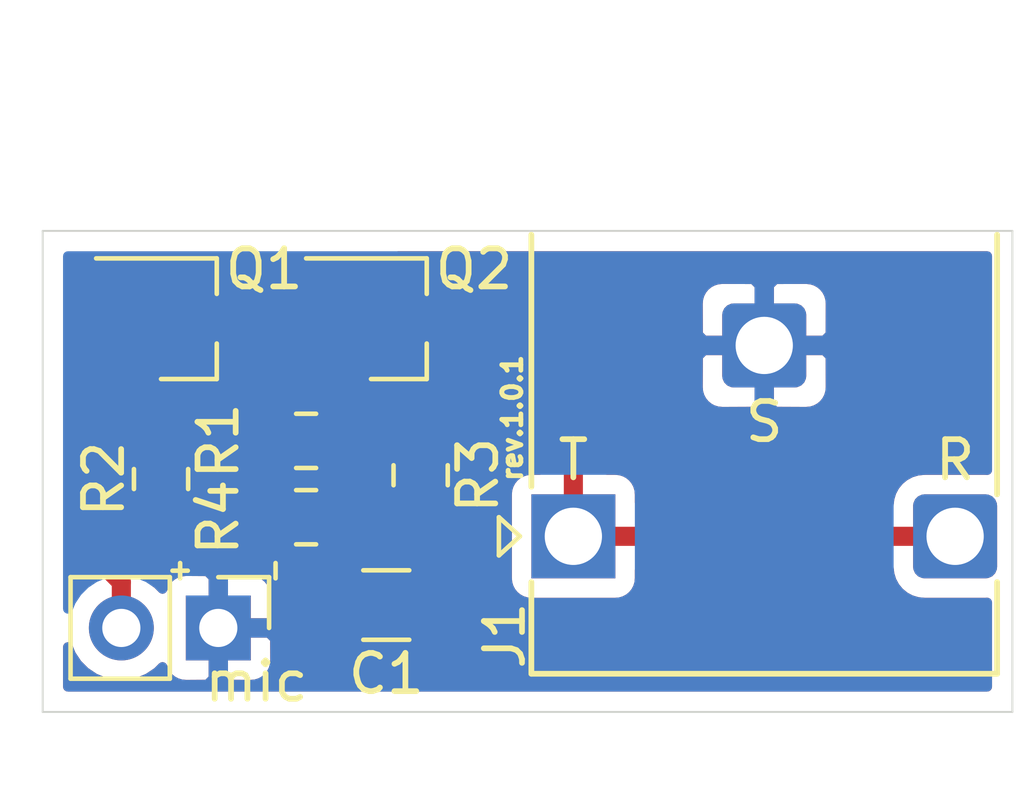
<source format=kicad_pcb>
(kicad_pcb (version 20171130) (host pcbnew "(5.1.5)-3")

  (general
    (thickness 1.6)
    (drawings 5)
    (tracks 35)
    (zones 0)
    (modules 9)
    (nets 7)
  )

  (page A4)
  (title_block
    (title "Electret microphone preamplifier")
    (date 2020-05-21)
    (rev 1.0.1)
    (company "by epchain")
  )

  (layers
    (0 F.Cu signal)
    (31 B.Cu signal)
    (32 B.Adhes user)
    (33 F.Adhes user)
    (34 B.Paste user)
    (35 F.Paste user)
    (36 B.SilkS user)
    (37 F.SilkS user)
    (38 B.Mask user)
    (39 F.Mask user)
    (40 Dwgs.User user)
    (41 Cmts.User user)
    (42 Eco1.User user)
    (43 Eco2.User user)
    (44 Edge.Cuts user)
    (45 Margin user)
    (46 B.CrtYd user)
    (47 F.CrtYd user)
    (48 B.Fab user)
    (49 F.Fab user)
  )

  (setup
    (last_trace_width 0.25)
    (user_trace_width 0.5)
    (trace_clearance 0.2)
    (zone_clearance 0.508)
    (zone_45_only no)
    (trace_min 0.2)
    (via_size 1.2)
    (via_drill 0.5)
    (via_min_size 0.4)
    (via_min_drill 0.3)
    (uvia_size 0.3)
    (uvia_drill 0.1)
    (uvias_allowed no)
    (uvia_min_size 0.2)
    (uvia_min_drill 0.1)
    (edge_width 0.05)
    (segment_width 0.2)
    (pcb_text_width 0.3)
    (pcb_text_size 1.5 1.5)
    (mod_edge_width 0.12)
    (mod_text_size 1 1)
    (mod_text_width 0.15)
    (pad_size 1.524 1.524)
    (pad_drill 0.762)
    (pad_to_mask_clearance 0.051)
    (solder_mask_min_width 0.25)
    (aux_axis_origin 0 0)
    (visible_elements 7FFFFFFF)
    (pcbplotparams
      (layerselection 0x010fc_ffffffff)
      (usegerberextensions false)
      (usegerberattributes false)
      (usegerberadvancedattributes false)
      (creategerberjobfile false)
      (excludeedgelayer true)
      (linewidth 0.100000)
      (plotframeref false)
      (viasonmask false)
      (mode 1)
      (useauxorigin false)
      (hpglpennumber 1)
      (hpglpenspeed 20)
      (hpglpendiameter 15.000000)
      (psnegative false)
      (psa4output false)
      (plotreference true)
      (plotvalue true)
      (plotinvisibletext false)
      (padsonsilk false)
      (subtractmaskfromsilk false)
      (outputformat 1)
      (mirror false)
      (drillshape 1)
      (scaleselection 1)
      (outputdirectory ""))
  )

  (net 0 "")
  (net 1 GND)
  (net 2 "Net-(C1-Pad1)")
  (net 3 "Net-(J1-PadR)")
  (net 4 "Net-(MK1-Pad2)")
  (net 5 "Net-(Q1-Pad3)")
  (net 6 "Net-(Q1-Pad2)")

  (net_class Default "This is the default net class."
    (clearance 0.2)
    (trace_width 0.25)
    (via_dia 1.2)
    (via_drill 0.5)
    (uvia_dia 0.3)
    (uvia_drill 0.1)
    (add_net GND)
    (add_net "Net-(C1-Pad1)")
    (add_net "Net-(J1-PadR)")
    (add_net "Net-(MK1-Pad2)")
    (add_net "Net-(Q1-Pad2)")
    (add_net "Net-(Q1-Pad3)")
  )

  (module fp:R_0805_2012Metric_Pad1.15x1.40mm_HandSolder (layer F.Cu) (tedit 5B36C52B) (tstamp 5EBAF364)
    (at 138.4 101.2 90)
    (descr "Resistor SMD 0805 (2012 Metric), square (rectangular) end terminal, IPC_7351 nominal with elongated pad for handsoldering. (Body size source: https://docs.google.com/spreadsheets/d/1BsfQQcO9C6DZCsRaXUlFlo91Tg2WpOkGARC1WS5S8t0/edit?usp=sharing), generated with kicad-footprint-generator")
    (tags "resistor handsolder")
    (path /5E8706B7)
    (attr smd)
    (fp_text reference R2 (at 0 -1.5 90) (layer F.SilkS)
      (effects (font (size 1 1) (thickness 0.15)))
    )
    (fp_text value 1K (at 0 1.65 90) (layer F.Fab)
      (effects (font (size 1 1) (thickness 0.15)))
    )
    (fp_text user %R (at 0 0 90) (layer F.Fab)
      (effects (font (size 0.5 0.5) (thickness 0.08)))
    )
    (fp_line (start 1.85 0.95) (end -1.85 0.95) (layer F.CrtYd) (width 0.05))
    (fp_line (start 1.85 -0.95) (end 1.85 0.95) (layer F.CrtYd) (width 0.05))
    (fp_line (start -1.85 -0.95) (end 1.85 -0.95) (layer F.CrtYd) (width 0.05))
    (fp_line (start -1.85 0.95) (end -1.85 -0.95) (layer F.CrtYd) (width 0.05))
    (fp_line (start -0.261252 0.71) (end 0.261252 0.71) (layer F.SilkS) (width 0.12))
    (fp_line (start -0.261252 -0.71) (end 0.261252 -0.71) (layer F.SilkS) (width 0.12))
    (fp_line (start 1 0.6) (end -1 0.6) (layer F.Fab) (width 0.1))
    (fp_line (start 1 -0.6) (end 1 0.6) (layer F.Fab) (width 0.1))
    (fp_line (start -1 -0.6) (end 1 -0.6) (layer F.Fab) (width 0.1))
    (fp_line (start -1 0.6) (end -1 -0.6) (layer F.Fab) (width 0.1))
    (pad 2 smd roundrect (at 1.025 0 90) (size 1.15 1.4) (layers F.Cu F.Paste F.Mask) (roundrect_rratio 0.217391)
      (net 6 "Net-(Q1-Pad2)"))
    (pad 1 smd roundrect (at -1.025 0 90) (size 1.15 1.4) (layers F.Cu F.Paste F.Mask) (roundrect_rratio 0.217391)
      (net 1 GND))
    (model ${KISYS3DMOD}/Resistor_SMD.3dshapes/R_0805_2012Metric.wrl
      (at (xyz 0 0 0))
      (scale (xyz 1 1 1))
      (rotate (xyz 0 0 0))
    )
  )

  (module fp:R_0805_2012Metric_Pad1.15x1.40mm_HandSolder (layer F.Cu) (tedit 5B36C52B) (tstamp 5EBAF386)
    (at 142.2 102.2 180)
    (descr "Resistor SMD 0805 (2012 Metric), square (rectangular) end terminal, IPC_7351 nominal with elongated pad for handsoldering. (Body size source: https://docs.google.com/spreadsheets/d/1BsfQQcO9C6DZCsRaXUlFlo91Tg2WpOkGARC1WS5S8t0/edit?usp=sharing), generated with kicad-footprint-generator")
    (tags "resistor handsolder")
    (path /5E89EC4B)
    (attr smd)
    (fp_text reference R4 (at 2.3 0 90) (layer F.SilkS)
      (effects (font (size 1 1) (thickness 0.15)))
    )
    (fp_text value 1K (at 0 1.65) (layer F.Fab)
      (effects (font (size 1 1) (thickness 0.15)))
    )
    (fp_text user %R (at 0 0) (layer F.Fab)
      (effects (font (size 0.5 0.5) (thickness 0.08)))
    )
    (fp_line (start 1.85 0.95) (end -1.85 0.95) (layer F.CrtYd) (width 0.05))
    (fp_line (start 1.85 -0.95) (end 1.85 0.95) (layer F.CrtYd) (width 0.05))
    (fp_line (start -1.85 -0.95) (end 1.85 -0.95) (layer F.CrtYd) (width 0.05))
    (fp_line (start -1.85 0.95) (end -1.85 -0.95) (layer F.CrtYd) (width 0.05))
    (fp_line (start -0.261252 0.71) (end 0.261252 0.71) (layer F.SilkS) (width 0.12))
    (fp_line (start -0.261252 -0.71) (end 0.261252 -0.71) (layer F.SilkS) (width 0.12))
    (fp_line (start 1 0.6) (end -1 0.6) (layer F.Fab) (width 0.1))
    (fp_line (start 1 -0.6) (end 1 0.6) (layer F.Fab) (width 0.1))
    (fp_line (start -1 -0.6) (end 1 -0.6) (layer F.Fab) (width 0.1))
    (fp_line (start -1 0.6) (end -1 -0.6) (layer F.Fab) (width 0.1))
    (pad 2 smd roundrect (at 1.025 0 180) (size 1.15 1.4) (layers F.Cu F.Paste F.Mask) (roundrect_rratio 0.217391)
      (net 4 "Net-(MK1-Pad2)"))
    (pad 1 smd roundrect (at -1.025 0 180) (size 1.15 1.4) (layers F.Cu F.Paste F.Mask) (roundrect_rratio 0.217391)
      (net 2 "Net-(C1-Pad1)"))
    (model ${KISYS3DMOD}/Resistor_SMD.3dshapes/R_0805_2012Metric.wrl
      (at (xyz 0 0 0))
      (scale (xyz 1 1 1))
      (rotate (xyz 0 0 0))
    )
  )

  (module fp:R_0805_2012Metric_Pad1.15x1.40mm_HandSolder (layer F.Cu) (tedit 5B36C52B) (tstamp 5EBAF375)
    (at 145.2 101.1 270)
    (descr "Resistor SMD 0805 (2012 Metric), square (rectangular) end terminal, IPC_7351 nominal with elongated pad for handsoldering. (Body size source: https://docs.google.com/spreadsheets/d/1BsfQQcO9C6DZCsRaXUlFlo91Tg2WpOkGARC1WS5S8t0/edit?usp=sharing), generated with kicad-footprint-generator")
    (tags "resistor handsolder")
    (path /5E8818FB)
    (attr smd)
    (fp_text reference R3 (at 0 -1.5 90) (layer F.SilkS)
      (effects (font (size 1 1) (thickness 0.15)))
    )
    (fp_text value 2K (at 0 1.65 90) (layer F.Fab)
      (effects (font (size 1 1) (thickness 0.15)))
    )
    (fp_text user %R (at 0 0 90) (layer F.Fab)
      (effects (font (size 0.5 0.5) (thickness 0.08)))
    )
    (fp_line (start 1.85 0.95) (end -1.85 0.95) (layer F.CrtYd) (width 0.05))
    (fp_line (start 1.85 -0.95) (end 1.85 0.95) (layer F.CrtYd) (width 0.05))
    (fp_line (start -1.85 -0.95) (end 1.85 -0.95) (layer F.CrtYd) (width 0.05))
    (fp_line (start -1.85 0.95) (end -1.85 -0.95) (layer F.CrtYd) (width 0.05))
    (fp_line (start -0.261252 0.71) (end 0.261252 0.71) (layer F.SilkS) (width 0.12))
    (fp_line (start -0.261252 -0.71) (end 0.261252 -0.71) (layer F.SilkS) (width 0.12))
    (fp_line (start 1 0.6) (end -1 0.6) (layer F.Fab) (width 0.1))
    (fp_line (start 1 -0.6) (end 1 0.6) (layer F.Fab) (width 0.1))
    (fp_line (start -1 -0.6) (end 1 -0.6) (layer F.Fab) (width 0.1))
    (fp_line (start -1 0.6) (end -1 -0.6) (layer F.Fab) (width 0.1))
    (pad 2 smd roundrect (at 1.025 0 270) (size 1.15 1.4) (layers F.Cu F.Paste F.Mask) (roundrect_rratio 0.217391)
      (net 2 "Net-(C1-Pad1)"))
    (pad 1 smd roundrect (at -1.025 0 270) (size 1.15 1.4) (layers F.Cu F.Paste F.Mask) (roundrect_rratio 0.217391)
      (net 3 "Net-(J1-PadR)"))
    (model ${KISYS3DMOD}/Resistor_SMD.3dshapes/R_0805_2012Metric.wrl
      (at (xyz 0 0 0))
      (scale (xyz 1 1 1))
      (rotate (xyz 0 0 0))
    )
  )

  (module fp:R_0805_2012Metric_Pad1.15x1.40mm_HandSolder (layer F.Cu) (tedit 5B36C52B) (tstamp 5EBAF353)
    (at 142.2 100.2)
    (descr "Resistor SMD 0805 (2012 Metric), square (rectangular) end terminal, IPC_7351 nominal with elongated pad for handsoldering. (Body size source: https://docs.google.com/spreadsheets/d/1BsfQQcO9C6DZCsRaXUlFlo91Tg2WpOkGARC1WS5S8t0/edit?usp=sharing), generated with kicad-footprint-generator")
    (tags "resistor handsolder")
    (path /5E87549D)
    (attr smd)
    (fp_text reference R1 (at -2.3 0 90) (layer F.SilkS)
      (effects (font (size 1 1) (thickness 0.15)))
    )
    (fp_text value 33K (at 0 1.65) (layer F.Fab)
      (effects (font (size 1 1) (thickness 0.15)))
    )
    (fp_text user %R (at 0 0) (layer F.Fab)
      (effects (font (size 0.5 0.5) (thickness 0.08)))
    )
    (fp_line (start 1.85 0.95) (end -1.85 0.95) (layer F.CrtYd) (width 0.05))
    (fp_line (start 1.85 -0.95) (end 1.85 0.95) (layer F.CrtYd) (width 0.05))
    (fp_line (start -1.85 -0.95) (end 1.85 -0.95) (layer F.CrtYd) (width 0.05))
    (fp_line (start -1.85 0.95) (end -1.85 -0.95) (layer F.CrtYd) (width 0.05))
    (fp_line (start -0.261252 0.71) (end 0.261252 0.71) (layer F.SilkS) (width 0.12))
    (fp_line (start -0.261252 -0.71) (end 0.261252 -0.71) (layer F.SilkS) (width 0.12))
    (fp_line (start 1 0.6) (end -1 0.6) (layer F.Fab) (width 0.1))
    (fp_line (start 1 -0.6) (end 1 0.6) (layer F.Fab) (width 0.1))
    (fp_line (start -1 -0.6) (end 1 -0.6) (layer F.Fab) (width 0.1))
    (fp_line (start -1 0.6) (end -1 -0.6) (layer F.Fab) (width 0.1))
    (pad 2 smd roundrect (at 1.025 0) (size 1.15 1.4) (layers F.Cu F.Paste F.Mask) (roundrect_rratio 0.217391)
      (net 3 "Net-(J1-PadR)"))
    (pad 1 smd roundrect (at -1.025 0) (size 1.15 1.4) (layers F.Cu F.Paste F.Mask) (roundrect_rratio 0.217391)
      (net 5 "Net-(Q1-Pad3)"))
    (model ${KISYS3DMOD}/Resistor_SMD.3dshapes/R_0805_2012Metric.wrl
      (at (xyz 0 0 0))
      (scale (xyz 1 1 1))
      (rotate (xyz 0 0 0))
    )
  )

  (module fp:C_1206_3216Metric_Pad1.42x1.75mm_HandSolder (layer F.Cu) (tedit 5B301BBE) (tstamp 5EBAF2DB)
    (at 144.3 104.5)
    (descr "Capacitor SMD 1206 (3216 Metric), square (rectangular) end terminal, IPC_7351 nominal with elongated pad for handsoldering. (Body size source: http://www.tortai-tech.com/upload/download/2011102023233369053.pdf), generated with kicad-footprint-generator")
    (tags "capacitor handsolder")
    (path /5E85BC19)
    (attr smd)
    (fp_text reference C1 (at 0 1.8) (layer F.SilkS)
      (effects (font (size 1 1) (thickness 0.15)))
    )
    (fp_text value 100uF (at 0 1.82) (layer F.Fab)
      (effects (font (size 1 1) (thickness 0.15)))
    )
    (fp_text user %R (at 0 0) (layer F.Fab)
      (effects (font (size 0.8 0.8) (thickness 0.12)))
    )
    (fp_line (start 2.45 1.12) (end -2.45 1.12) (layer F.CrtYd) (width 0.05))
    (fp_line (start 2.45 -1.12) (end 2.45 1.12) (layer F.CrtYd) (width 0.05))
    (fp_line (start -2.45 -1.12) (end 2.45 -1.12) (layer F.CrtYd) (width 0.05))
    (fp_line (start -2.45 1.12) (end -2.45 -1.12) (layer F.CrtYd) (width 0.05))
    (fp_line (start -0.602064 0.91) (end 0.602064 0.91) (layer F.SilkS) (width 0.12))
    (fp_line (start -0.602064 -0.91) (end 0.602064 -0.91) (layer F.SilkS) (width 0.12))
    (fp_line (start 1.6 0.8) (end -1.6 0.8) (layer F.Fab) (width 0.1))
    (fp_line (start 1.6 -0.8) (end 1.6 0.8) (layer F.Fab) (width 0.1))
    (fp_line (start -1.6 -0.8) (end 1.6 -0.8) (layer F.Fab) (width 0.1))
    (fp_line (start -1.6 0.8) (end -1.6 -0.8) (layer F.Fab) (width 0.1))
    (pad 2 smd roundrect (at 1.4875 0) (size 1.425 1.75) (layers F.Cu F.Paste F.Mask) (roundrect_rratio 0.175439)
      (net 1 GND))
    (pad 1 smd roundrect (at -1.4875 0) (size 1.425 1.75) (layers F.Cu F.Paste F.Mask) (roundrect_rratio 0.175439)
      (net 2 "Net-(C1-Pad1)"))
    (model ${KISYS3DMOD}/Capacitor_SMD.3dshapes/C_1206_3216Metric.wrl
      (at (xyz 0 0 0))
      (scale (xyz 1 1 1))
      (rotate (xyz 0 0 0))
    )
  )

  (module fp:Jack_3.5mm_PJ-306-2_Horizontal (layer F.Cu) (tedit 5EBBC837) (tstamp 5EC62EF6)
    (at 154.2 101.7)
    (descr http://www.switches.co.kr/files/attach/images/1325/866/005/9d2d21886571f64bc011861757fddf41.gif)
    (tags "jack stereo TRS")
    (path /5EBBFA68)
    (fp_text reference J1 (at -6.8 3.6 90) (layer F.SilkS)
      (effects (font (size 1 1) (thickness 0.15)))
    )
    (fp_text value PJ-306M-2 (at 0.5 -12.2) (layer F.Fab)
      (effects (font (size 1 1) (thickness 0.15)))
    )
    (fp_text user R (at 5 -1) (layer F.SilkS)
      (effects (font (size 1 1) (thickness 0.15)))
    )
    (fp_text user S (at 0 -2) (layer F.SilkS)
      (effects (font (size 1 1) (thickness 0.15)))
    )
    (fp_text user T (at -5 -1) (layer F.SilkS)
      (effects (font (size 1 1) (thickness 0.15)))
    )
    (fp_circle (center 0 1) (end 0.75 1) (layer F.Fab) (width 0.12))
    (fp_circle (center 5 -4) (end 5.75 -4) (layer F.Fab) (width 0.12))
    (fp_text user %R (at 0 -1.4) (layer F.Fab)
      (effects (font (size 1 1) (thickness 0.15)))
    )
    (fp_line (start -6.95 1.5) (end -6.4 1) (layer F.SilkS) (width 0.12))
    (fp_line (start -6.95 0.5) (end -6.95 1.5) (layer F.SilkS) (width 0.12))
    (fp_line (start -6.4 1) (end -6.95 0.5) (layer F.SilkS) (width 0.12))
    (fp_line (start 3 -10.6) (end -3 -10.6) (layer F.Fab) (width 0.1))
    (fp_line (start -3 -10.6) (end -3 -7) (layer F.Fab) (width 0.1))
    (fp_line (start 3 -10.6) (end 3 -7) (layer F.Fab) (width 0.1))
    (fp_line (start 6 -7) (end -6 -7) (layer F.Fab) (width 0.1))
    (fp_line (start -6 -7) (end -6 4.5) (layer F.Fab) (width 0.1))
    (fp_line (start -6 4.5) (end 6 4.5) (layer F.Fab) (width 0.1))
    (fp_line (start 6 4.5) (end 6 -7) (layer F.Fab) (width 0.1))
    (fp_line (start -6.6 -11.1) (end -6.6 5) (layer F.CrtYd) (width 0.05))
    (fp_line (start 6.8 5) (end 6.8 -11.1) (layer F.CrtYd) (width 0.05))
    (fp_line (start 6.1 -6.9) (end 6.1 -0.1) (layer F.SilkS) (width 0.15))
    (fp_line (start 6.1 2.2) (end 6.1 4.6) (layer F.SilkS) (width 0.15))
    (fp_line (start 6.1 4.6) (end -6.1 4.6) (layer F.SilkS) (width 0.15))
    (fp_line (start -6.1 2.2) (end -6.1 4.6) (layer F.SilkS) (width 0.15))
    (fp_line (start -6.1 -0.3) (end -6.1 -6.9) (layer F.SilkS) (width 0.15))
    (fp_line (start 6.8 -11.1) (end -6.6 -11.1) (layer F.CrtYd) (width 0.05))
    (fp_line (start -6.6 5) (end 6.8 5) (layer F.CrtYd) (width 0.05))
    (fp_circle (center -5 -4) (end -4.25 -4) (layer F.Fab) (width 0.12))
    (pad T thru_hole rect (at -5 1) (size 2.2 2.2) (drill 1.5) (layers *.Cu *.Mask)
      (net 3 "Net-(J1-PadR)"))
    (pad R thru_hole roundrect (at 5 1) (size 2.2 2.2) (drill 1.5) (layers *.Cu *.Mask) (roundrect_rratio 0.136)
      (net 3 "Net-(J1-PadR)"))
    (pad S thru_hole roundrect (at 0 -4) (size 2.2 2.2) (drill 1.5) (layers *.Cu *.Mask) (roundrect_rratio 0.136)
      (net 1 GND))
  )

  (module fp:PinHeader_1x02_P2.54mm_Vertical (layer F.Cu) (tedit 5EBA6509) (tstamp 5EC66DE9)
    (at 139.9 105.1 270)
    (descr "Through hole straight pin header, 1x02, 2.54mm pitch, single row")
    (tags "Through hole pin header THT 1x02 2.54mm single row")
    (path /5E85BBA9)
    (fp_text reference mic (at 1.4 -1 180) (layer F.SilkS)
      (effects (font (size 1 1) (thickness 0.15)))
    )
    (fp_text value electret_mic (at 0 4.87 90) (layer F.Fab)
      (effects (font (size 1 1) (thickness 0.15)))
    )
    (fp_line (start -1.7 -1.5) (end -1.3 -1.5) (layer F.SilkS) (width 0.12))
    (fp_line (start -1.5 0.8) (end -1.5 1.2) (layer F.SilkS) (width 0.12))
    (fp_line (start -1.7 1) (end -1.3 1) (layer F.SilkS) (width 0.12))
    (fp_text user %R (at 0 1.27) (layer F.Fab)
      (effects (font (size 1 1) (thickness 0.15)))
    )
    (fp_line (start 1.8 -1.8) (end -1.8 -1.8) (layer F.CrtYd) (width 0.05))
    (fp_line (start 1.8 4.35) (end 1.8 -1.8) (layer F.CrtYd) (width 0.05))
    (fp_line (start -1.8 4.35) (end 1.8 4.35) (layer F.CrtYd) (width 0.05))
    (fp_line (start -1.8 -1.8) (end -1.8 4.35) (layer F.CrtYd) (width 0.05))
    (fp_line (start -1.33 -1.33) (end 0 -1.33) (layer F.SilkS) (width 0.12))
    (fp_line (start -1.33 0) (end -1.33 -1.33) (layer F.SilkS) (width 0.12))
    (fp_line (start -1.33 1.27) (end 1.33 1.27) (layer F.SilkS) (width 0.12))
    (fp_line (start 1.33 1.27) (end 1.33 3.87) (layer F.SilkS) (width 0.12))
    (fp_line (start -1.33 1.27) (end -1.33 3.87) (layer F.SilkS) (width 0.12))
    (fp_line (start -1.33 3.87) (end 1.33 3.87) (layer F.SilkS) (width 0.12))
    (fp_line (start -1.27 -0.635) (end -0.635 -1.27) (layer F.Fab) (width 0.1))
    (fp_line (start -1.27 3.81) (end -1.27 -0.635) (layer F.Fab) (width 0.1))
    (fp_line (start 1.27 3.81) (end -1.27 3.81) (layer F.Fab) (width 0.1))
    (fp_line (start 1.27 -1.27) (end 1.27 3.81) (layer F.Fab) (width 0.1))
    (fp_line (start -0.635 -1.27) (end 1.27 -1.27) (layer F.Fab) (width 0.1))
    (pad 2 thru_hole oval (at 0 2.54 270) (size 1.7 1.7) (drill 1) (layers *.Cu *.Mask)
      (net 4 "Net-(MK1-Pad2)"))
    (pad 1 thru_hole rect (at 0 0 270) (size 1.7 1.7) (drill 1) (layers *.Cu *.Mask)
      (net 1 GND))
  )

  (module fp:SOT-23_Handsoldering (layer F.Cu) (tedit 5A0AB76C) (tstamp 5EBAF32D)
    (at 139.1 97)
    (descr "SOT-23, Handsoldering")
    (tags SOT-23)
    (path /5EBA59A5)
    (attr smd)
    (fp_text reference Q1 (at 2 -1.3) (layer F.SilkS)
      (effects (font (size 1 1) (thickness 0.15)))
    )
    (fp_text value BC847 (at 0 2.5) (layer F.Fab)
      (effects (font (size 1 1) (thickness 0.15)))
    )
    (fp_line (start 0.76 1.58) (end -0.7 1.58) (layer F.SilkS) (width 0.12))
    (fp_line (start -0.7 1.52) (end 0.7 1.52) (layer F.Fab) (width 0.1))
    (fp_line (start 0.7 -1.52) (end 0.7 1.52) (layer F.Fab) (width 0.1))
    (fp_line (start -0.7 -0.95) (end -0.15 -1.52) (layer F.Fab) (width 0.1))
    (fp_line (start -0.15 -1.52) (end 0.7 -1.52) (layer F.Fab) (width 0.1))
    (fp_line (start -0.7 -0.95) (end -0.7 1.5) (layer F.Fab) (width 0.1))
    (fp_line (start 0.76 -1.58) (end -2.4 -1.58) (layer F.SilkS) (width 0.12))
    (fp_line (start -2.7 1.75) (end -2.7 -1.75) (layer F.CrtYd) (width 0.05))
    (fp_line (start 2.7 1.75) (end -2.7 1.75) (layer F.CrtYd) (width 0.05))
    (fp_line (start 2.7 -1.75) (end 2.7 1.75) (layer F.CrtYd) (width 0.05))
    (fp_line (start -2.7 -1.75) (end 2.7 -1.75) (layer F.CrtYd) (width 0.05))
    (fp_line (start 0.76 -1.58) (end 0.76 -0.65) (layer F.SilkS) (width 0.12))
    (fp_line (start 0.76 1.58) (end 0.76 0.65) (layer F.SilkS) (width 0.12))
    (fp_text user %R (at 0 0 90) (layer F.Fab)
      (effects (font (size 0.5 0.5) (thickness 0.075)))
    )
    (pad 3 smd rect (at 1.5 0) (size 1.9 0.8) (layers F.Cu F.Paste F.Mask)
      (net 5 "Net-(Q1-Pad3)"))
    (pad 2 smd rect (at -1.5 0.95) (size 1.9 0.8) (layers F.Cu F.Paste F.Mask)
      (net 6 "Net-(Q1-Pad2)"))
    (pad 1 smd rect (at -1.5 -0.95) (size 1.9 0.8) (layers F.Cu F.Paste F.Mask)
      (net 4 "Net-(MK1-Pad2)"))
    (model ${KIPRJMOD}/../lib/shapes.3dshapes/SOT-23.wrl
      (at (xyz 0 0 0))
      (scale (xyz 1 1 1))
      (rotate (xyz 0 0 0))
    )
  )

  (module fp:SOT-23_Handsoldering (layer F.Cu) (tedit 5A0AB76C) (tstamp 5EC67374)
    (at 144.6 97)
    (descr "SOT-23, Handsoldering")
    (tags SOT-23)
    (path /5EBA6030)
    (attr smd)
    (fp_text reference Q2 (at 2 -1.3) (layer F.SilkS)
      (effects (font (size 1 1) (thickness 0.15)))
    )
    (fp_text value BC857 (at 0 2.5) (layer F.Fab)
      (effects (font (size 1 1) (thickness 0.15)))
    )
    (fp_line (start 0.76 1.58) (end -0.7 1.58) (layer F.SilkS) (width 0.12))
    (fp_line (start -0.7 1.52) (end 0.7 1.52) (layer F.Fab) (width 0.1))
    (fp_line (start 0.7 -1.52) (end 0.7 1.52) (layer F.Fab) (width 0.1))
    (fp_line (start -0.7 -0.95) (end -0.15 -1.52) (layer F.Fab) (width 0.1))
    (fp_line (start -0.15 -1.52) (end 0.7 -1.52) (layer F.Fab) (width 0.1))
    (fp_line (start -0.7 -0.95) (end -0.7 1.5) (layer F.Fab) (width 0.1))
    (fp_line (start 0.76 -1.58) (end -2.4 -1.58) (layer F.SilkS) (width 0.12))
    (fp_line (start -2.7 1.75) (end -2.7 -1.75) (layer F.CrtYd) (width 0.05))
    (fp_line (start 2.7 1.75) (end -2.7 1.75) (layer F.CrtYd) (width 0.05))
    (fp_line (start 2.7 -1.75) (end 2.7 1.75) (layer F.CrtYd) (width 0.05))
    (fp_line (start -2.7 -1.75) (end 2.7 -1.75) (layer F.CrtYd) (width 0.05))
    (fp_line (start 0.76 -1.58) (end 0.76 -0.65) (layer F.SilkS) (width 0.12))
    (fp_line (start 0.76 1.58) (end 0.76 0.65) (layer F.SilkS) (width 0.12))
    (fp_text user %R (at 0 0 90) (layer F.Fab)
      (effects (font (size 0.5 0.5) (thickness 0.075)))
    )
    (pad 3 smd rect (at 1.5 0) (size 1.9 0.8) (layers F.Cu F.Paste F.Mask)
      (net 1 GND))
    (pad 2 smd rect (at -1.5 0.95) (size 1.9 0.8) (layers F.Cu F.Paste F.Mask)
      (net 3 "Net-(J1-PadR)"))
    (pad 1 smd rect (at -1.5 -0.95) (size 1.9 0.8) (layers F.Cu F.Paste F.Mask)
      (net 5 "Net-(Q1-Pad3)"))
    (model ${KIPRJMOD}/../lib/shapes.3dshapes/SOT-23.wrl
      (at (xyz 0 0 0))
      (scale (xyz 1 1 1))
      (rotate (xyz 0 0 0))
    )
  )

  (gr_text rev.1.0.1 (at 147.6 99.6 90) (layer F.SilkS)
    (effects (font (size 0.5 0.5) (thickness 0.125)))
  )
  (gr_line (start 160.7 107.3) (end 160.7 94.7) (layer Edge.Cuts) (width 0.05) (tstamp 5EBB006E))
  (gr_line (start 135.3 107.3) (end 160.7 107.3) (layer Edge.Cuts) (width 0.05))
  (gr_line (start 135.3 94.7) (end 135.3 107.3) (layer Edge.Cuts) (width 0.05))
  (gr_line (start 160.7 94.7) (end 135.3 94.7) (layer Edge.Cuts) (width 0.05))

  (segment (start 144.825 102.2) (end 144.9 102.125) (width 0.5) (layer F.Cu) (net 2))
  (segment (start 143.225 102.2) (end 145.125 102.2) (width 0.5) (layer F.Cu) (net 2))
  (segment (start 142.8125 103.625) (end 143.2375 103.2) (width 0.5) (layer F.Cu) (net 2))
  (segment (start 142.8125 104.5) (end 142.8125 103.625) (width 0.5) (layer F.Cu) (net 2))
  (segment (start 143.225 103.1875) (end 143.225 102.2) (width 0.5) (layer F.Cu) (net 2))
  (segment (start 143.2375 103.2) (end 143.225 103.1875) (width 0.5) (layer F.Cu) (net 2))
  (segment (start 149.4 102.7) (end 159.2 102.7) (width 0.5) (layer F.Cu) (net 3))
  (segment (start 146.65 97.95) (end 148.15 97.95) (width 0.5) (layer F.Cu) (net 3))
  (segment (start 143.1 97.95) (end 146.65 97.95) (width 0.5) (layer F.Cu) (net 3))
  (segment (start 144.775 100.2) (end 144.9 100.075) (width 0.5) (layer F.Cu) (net 3))
  (segment (start 143.225 100.2) (end 145.075 100.2) (width 0.5) (layer F.Cu) (net 3))
  (segment (start 149.2 99) (end 149.2 102.7) (width 0.5) (layer F.Cu) (net 3))
  (segment (start 148.15 97.95) (end 149.2 99) (width 0.5) (layer F.Cu) (net 3))
  (segment (start 143.1 100.075) (end 143.225 100.2) (width 0.5) (layer F.Cu) (net 3))
  (segment (start 143.1 97.95) (end 143.1 100.075) (width 0.5) (layer F.Cu) (net 3))
  (segment (start 138.15 96.05) (end 139.1 97) (width 0.5) (layer F.Cu) (net 4))
  (segment (start 137.6 96.05) (end 138.15 96.05) (width 0.5) (layer F.Cu) (net 4))
  (segment (start 139.1 97) (end 139.1 98.4) (width 0.5) (layer F.Cu) (net 4))
  (segment (start 139.1 98.4) (end 139.7 99) (width 0.5) (layer F.Cu) (net 4))
  (segment (start 137.36 103.897919) (end 137 103.537919) (width 0.5) (layer F.Cu) (net 4))
  (segment (start 137.36 105.1) (end 137.36 103.897919) (width 0.5) (layer F.Cu) (net 4))
  (segment (start 140.2 102.2) (end 141.175 102.2) (width 0.5) (layer F.Cu) (net 4))
  (segment (start 139.7 101.7) (end 140.2 102.2) (width 0.5) (layer F.Cu) (net 4))
  (segment (start 137.660034 101.2) (end 139.7 101.2) (width 0.5) (layer F.Cu) (net 4))
  (segment (start 137 101.860034) (end 137.660034 101.2) (width 0.5) (layer F.Cu) (net 4))
  (segment (start 137 103.537919) (end 137 101.860034) (width 0.5) (layer F.Cu) (net 4))
  (segment (start 139.7 99) (end 139.7 101.2) (width 0.5) (layer F.Cu) (net 4))
  (segment (start 139.7 101.2) (end 139.7 101.7) (width 0.5) (layer F.Cu) (net 4))
  (segment (start 142.15 97) (end 143.1 96.05) (width 0.5) (layer F.Cu) (net 5))
  (segment (start 140.6 97) (end 142.15 97) (width 0.5) (layer F.Cu) (net 5))
  (segment (start 140.6 97) (end 140.6 98.1) (width 0.5) (layer F.Cu) (net 5))
  (segment (start 141.175 98.675) (end 141.175 100.2) (width 0.5) (layer F.Cu) (net 5))
  (segment (start 140.6 98.1) (end 141.175 98.675) (width 0.5) (layer F.Cu) (net 5))
  (segment (start 137.6 99.375) (end 138.4 100.175) (width 0.5) (layer F.Cu) (net 6))
  (segment (start 137.6 97.95) (end 137.6 99.375) (width 0.5) (layer F.Cu) (net 6))

  (zone (net 1) (net_name GND) (layer F.Cu) (tstamp 0) (hatch edge 0.508)
    (connect_pads (clearance 0.508))
    (min_thickness 0.254)
    (fill yes (arc_segments 32) (thermal_gap 0.508) (thermal_bridge_width 0.508))
    (polygon
      (pts
        (xy 160.7 107.3) (xy 135.3 107.3) (xy 135.3 94.7) (xy 160.7 94.7)
      )
    )
    (filled_polygon
      (pts
        (xy 148.315 99.366579) (xy 148.315001 100.961928) (xy 148.1 100.961928) (xy 147.975518 100.974188) (xy 147.85582 101.010498)
        (xy 147.745506 101.069463) (xy 147.648815 101.148815) (xy 147.569463 101.245506) (xy 147.510498 101.35582) (xy 147.474188 101.475518)
        (xy 147.461928 101.6) (xy 147.461928 103.8) (xy 147.474188 103.924482) (xy 147.510498 104.04418) (xy 147.569463 104.154494)
        (xy 147.648815 104.251185) (xy 147.745506 104.330537) (xy 147.85582 104.389502) (xy 147.975518 104.425812) (xy 148.1 104.438072)
        (xy 150.3 104.438072) (xy 150.424482 104.425812) (xy 150.54418 104.389502) (xy 150.654494 104.330537) (xy 150.751185 104.251185)
        (xy 150.830537 104.154494) (xy 150.889502 104.04418) (xy 150.925812 103.924482) (xy 150.938072 103.8) (xy 150.938072 103.585)
        (xy 157.470221 103.585) (xy 157.479937 103.683653) (xy 157.533274 103.859478) (xy 157.619887 104.02152) (xy 157.736449 104.163551)
        (xy 157.87848 104.280113) (xy 158.040522 104.366726) (xy 158.216347 104.420063) (xy 158.3992 104.438072) (xy 160.0008 104.438072)
        (xy 160.04 104.434211) (xy 160.04 106.64) (xy 135.96 106.64) (xy 135.96 105.600592) (xy 136.04401 105.803411)
        (xy 136.206525 106.046632) (xy 136.413368 106.253475) (xy 136.656589 106.41599) (xy 136.926842 106.527932) (xy 137.21374 106.585)
        (xy 137.50626 106.585) (xy 137.793158 106.527932) (xy 138.063411 106.41599) (xy 138.306632 106.253475) (xy 138.438487 106.12162)
        (xy 138.460498 106.19418) (xy 138.519463 106.304494) (xy 138.598815 106.401185) (xy 138.695506 106.480537) (xy 138.80582 106.539502)
        (xy 138.925518 106.575812) (xy 139.05 106.588072) (xy 139.61425 106.585) (xy 139.773 106.42625) (xy 139.773 105.227)
        (xy 140.027 105.227) (xy 140.027 106.42625) (xy 140.18575 106.585) (xy 140.75 106.588072) (xy 140.874482 106.575812)
        (xy 140.99418 106.539502) (xy 141.104494 106.480537) (xy 141.201185 106.401185) (xy 141.280537 106.304494) (xy 141.339502 106.19418)
        (xy 141.375812 106.074482) (xy 141.388072 105.95) (xy 141.385 105.38575) (xy 141.22625 105.227) (xy 140.027 105.227)
        (xy 139.773 105.227) (xy 139.753 105.227) (xy 139.753 104.973) (xy 139.773 104.973) (xy 139.773 103.77375)
        (xy 140.027 103.77375) (xy 140.027 104.973) (xy 141.22625 104.973) (xy 141.385 104.81425) (xy 141.388072 104.25)
        (xy 141.375812 104.125518) (xy 141.339502 104.00582) (xy 141.280537 103.895506) (xy 141.201185 103.798815) (xy 141.104494 103.719463)
        (xy 140.99418 103.660498) (xy 140.874482 103.624188) (xy 140.75 103.611928) (xy 140.18575 103.615) (xy 140.027 103.77375)
        (xy 139.773 103.77375) (xy 139.61425 103.615) (xy 139.05 103.611928) (xy 138.925518 103.624188) (xy 138.80582 103.660498)
        (xy 138.695506 103.719463) (xy 138.598815 103.798815) (xy 138.519463 103.895506) (xy 138.460498 104.00582) (xy 138.438487 104.07838)
        (xy 138.306632 103.946525) (xy 138.248331 103.907569) (xy 138.249281 103.897919) (xy 138.245 103.85445) (xy 138.245 103.854442)
        (xy 138.232195 103.724429) (xy 138.181589 103.557606) (xy 138.115427 103.433823) (xy 138.273 103.27625) (xy 138.273 102.352)
        (xy 138.253 102.352) (xy 138.253 102.098) (xy 138.273 102.098) (xy 138.273 102.085) (xy 138.527 102.085)
        (xy 138.527 102.098) (xy 138.547 102.098) (xy 138.547 102.352) (xy 138.527 102.352) (xy 138.527 103.27625)
        (xy 138.68575 103.435) (xy 139.1 103.438072) (xy 139.224482 103.425812) (xy 139.34418 103.389502) (xy 139.454494 103.330537)
        (xy 139.551185 103.251185) (xy 139.630537 103.154494) (xy 139.689502 103.04418) (xy 139.719143 102.946467) (xy 139.859687 103.021589)
        (xy 140.02651 103.072195) (xy 140.076155 103.077085) (xy 140.111595 103.143387) (xy 140.222038 103.277962) (xy 140.356613 103.388405)
        (xy 140.510149 103.470472) (xy 140.676745 103.521008) (xy 140.849999 103.538072) (xy 141.500001 103.538072) (xy 141.529524 103.535164)
        (xy 141.478992 103.701746) (xy 141.461928 103.875) (xy 141.461928 105.125) (xy 141.478992 105.298254) (xy 141.529528 105.46485)
        (xy 141.611595 105.618386) (xy 141.722038 105.752962) (xy 141.856614 105.863405) (xy 142.01015 105.945472) (xy 142.176746 105.996008)
        (xy 142.35 106.013072) (xy 143.275 106.013072) (xy 143.448254 105.996008) (xy 143.61485 105.945472) (xy 143.768386 105.863405)
        (xy 143.902962 105.752962) (xy 144.013405 105.618386) (xy 144.095472 105.46485) (xy 144.122727 105.375) (xy 144.436928 105.375)
        (xy 144.449188 105.499482) (xy 144.485498 105.61918) (xy 144.544463 105.729494) (xy 144.623815 105.826185) (xy 144.720506 105.905537)
        (xy 144.83082 105.964502) (xy 144.950518 106.000812) (xy 145.075 106.013072) (xy 145.50175 106.01) (xy 145.6605 105.85125)
        (xy 145.6605 104.627) (xy 145.9145 104.627) (xy 145.9145 105.85125) (xy 146.07325 106.01) (xy 146.5 106.013072)
        (xy 146.624482 106.000812) (xy 146.74418 105.964502) (xy 146.854494 105.905537) (xy 146.951185 105.826185) (xy 147.030537 105.729494)
        (xy 147.089502 105.61918) (xy 147.125812 105.499482) (xy 147.138072 105.375) (xy 147.135 104.78575) (xy 146.97625 104.627)
        (xy 145.9145 104.627) (xy 145.6605 104.627) (xy 144.59875 104.627) (xy 144.44 104.78575) (xy 144.436928 105.375)
        (xy 144.122727 105.375) (xy 144.146008 105.298254) (xy 144.163072 105.125) (xy 144.163072 103.875) (xy 144.146008 103.701746)
        (xy 144.095472 103.53515) (xy 144.073261 103.493596) (xy 144.109695 103.37349) (xy 144.113927 103.330514) (xy 144.177962 103.277962)
        (xy 144.253534 103.185878) (xy 144.256613 103.188405) (xy 144.410149 103.270472) (xy 144.525739 103.305536) (xy 144.485498 103.38082)
        (xy 144.449188 103.500518) (xy 144.436928 103.625) (xy 144.44 104.21425) (xy 144.59875 104.373) (xy 145.6605 104.373)
        (xy 145.6605 104.353) (xy 145.9145 104.353) (xy 145.9145 104.373) (xy 146.97625 104.373) (xy 147.135 104.21425)
        (xy 147.138072 103.625) (xy 147.125812 103.500518) (xy 147.089502 103.38082) (xy 147.030537 103.270506) (xy 146.951185 103.173815)
        (xy 146.854494 103.094463) (xy 146.74418 103.035498) (xy 146.624482 102.999188) (xy 146.5 102.986928) (xy 146.351796 102.987995)
        (xy 146.388405 102.943387) (xy 146.470472 102.789851) (xy 146.521008 102.623255) (xy 146.538072 102.450001) (xy 146.538072 101.799999)
        (xy 146.521008 101.626745) (xy 146.470472 101.460149) (xy 146.388405 101.306613) (xy 146.277962 101.172038) (xy 146.190184 101.1)
        (xy 146.277962 101.027962) (xy 146.388405 100.893387) (xy 146.470472 100.739851) (xy 146.521008 100.573255) (xy 146.538072 100.400001)
        (xy 146.538072 99.749999) (xy 146.521008 99.576745) (xy 146.470472 99.410149) (xy 146.388405 99.256613) (xy 146.277962 99.122038)
        (xy 146.143387 99.011595) (xy 145.989851 98.929528) (xy 145.823255 98.878992) (xy 145.650001 98.861928) (xy 144.749999 98.861928)
        (xy 144.576745 98.878992) (xy 144.410149 98.929528) (xy 144.256613 99.011595) (xy 144.15 99.09909) (xy 144.043387 99.011595)
        (xy 143.999379 98.988072) (xy 144.05 98.988072) (xy 144.174482 98.975812) (xy 144.29418 98.939502) (xy 144.404494 98.880537)
        (xy 144.459981 98.835) (xy 147.783422 98.835)
      )
    )
    (filled_polygon
      (pts
        (xy 160.040001 100.965789) (xy 160.0008 100.961928) (xy 158.3992 100.961928) (xy 158.216347 100.979937) (xy 158.040522 101.033274)
        (xy 157.87848 101.119887) (xy 157.736449 101.236449) (xy 157.619887 101.37848) (xy 157.533274 101.540522) (xy 157.479937 101.716347)
        (xy 157.470221 101.815) (xy 150.938072 101.815) (xy 150.938072 101.6) (xy 150.925812 101.475518) (xy 150.889502 101.35582)
        (xy 150.830537 101.245506) (xy 150.751185 101.148815) (xy 150.654494 101.069463) (xy 150.54418 101.010498) (xy 150.424482 100.974188)
        (xy 150.3 100.961928) (xy 150.085 100.961928) (xy 150.085 99.043465) (xy 150.089281 98.999999) (xy 150.085 98.956533)
        (xy 150.085 98.956523) (xy 150.072195 98.82651) (xy 150.064154 98.8) (xy 152.461928 98.8) (xy 152.474188 98.924482)
        (xy 152.510498 99.04418) (xy 152.569463 99.154494) (xy 152.648815 99.251185) (xy 152.745506 99.330537) (xy 152.85582 99.389502)
        (xy 152.975518 99.425812) (xy 153.1 99.438072) (xy 153.91425 99.435) (xy 154.073 99.27625) (xy 154.073 97.827)
        (xy 154.327 97.827) (xy 154.327 99.27625) (xy 154.48575 99.435) (xy 155.3 99.438072) (xy 155.424482 99.425812)
        (xy 155.54418 99.389502) (xy 155.654494 99.330537) (xy 155.751185 99.251185) (xy 155.830537 99.154494) (xy 155.889502 99.04418)
        (xy 155.925812 98.924482) (xy 155.938072 98.8) (xy 155.935 97.98575) (xy 155.77625 97.827) (xy 154.327 97.827)
        (xy 154.073 97.827) (xy 152.62375 97.827) (xy 152.465 97.98575) (xy 152.461928 98.8) (xy 150.064154 98.8)
        (xy 150.021589 98.659687) (xy 149.939411 98.505941) (xy 149.913593 98.474482) (xy 149.856532 98.404953) (xy 149.85653 98.404951)
        (xy 149.828817 98.371183) (xy 149.79505 98.343471) (xy 148.806534 97.354956) (xy 148.778817 97.321183) (xy 148.644059 97.210589)
        (xy 148.490313 97.128411) (xy 148.32349 97.077805) (xy 148.193477 97.065) (xy 148.193469 97.065) (xy 148.15 97.060719)
        (xy 148.106531 97.065) (xy 144.459981 97.065) (xy 144.404494 97.019463) (xy 144.368082 97) (xy 144.404494 96.980537)
        (xy 144.501185 96.901185) (xy 144.580537 96.804494) (xy 144.589143 96.788393) (xy 144.67375 96.873) (xy 145.973 96.873)
        (xy 145.973 96.12375) (xy 146.227 96.12375) (xy 146.227 96.873) (xy 147.52625 96.873) (xy 147.685 96.71425)
        (xy 147.688072 96.6) (xy 152.461928 96.6) (xy 152.465 97.41425) (xy 152.62375 97.573) (xy 154.073 97.573)
        (xy 154.073 96.12375) (xy 154.327 96.12375) (xy 154.327 97.573) (xy 155.77625 97.573) (xy 155.935 97.41425)
        (xy 155.938072 96.6) (xy 155.925812 96.475518) (xy 155.889502 96.35582) (xy 155.830537 96.245506) (xy 155.751185 96.148815)
        (xy 155.654494 96.069463) (xy 155.54418 96.010498) (xy 155.424482 95.974188) (xy 155.3 95.961928) (xy 154.48575 95.965)
        (xy 154.327 96.12375) (xy 154.073 96.12375) (xy 153.91425 95.965) (xy 153.1 95.961928) (xy 152.975518 95.974188)
        (xy 152.85582 96.010498) (xy 152.745506 96.069463) (xy 152.648815 96.148815) (xy 152.569463 96.245506) (xy 152.510498 96.35582)
        (xy 152.474188 96.475518) (xy 152.461928 96.6) (xy 147.688072 96.6) (xy 147.675812 96.475518) (xy 147.639502 96.35582)
        (xy 147.580537 96.245506) (xy 147.501185 96.148815) (xy 147.404494 96.069463) (xy 147.29418 96.010498) (xy 147.174482 95.974188)
        (xy 147.05 95.961928) (xy 146.38575 95.965) (xy 146.227 96.12375) (xy 145.973 96.12375) (xy 145.81425 95.965)
        (xy 145.15 95.961928) (xy 145.025518 95.974188) (xy 144.90582 96.010498) (xy 144.795506 96.069463) (xy 144.698815 96.148815)
        (xy 144.688072 96.161905) (xy 144.688072 95.65) (xy 144.675812 95.525518) (xy 144.639502 95.40582) (xy 144.61501 95.36)
        (xy 160.040001 95.36)
      )
    )
  )
  (zone (net 1) (net_name GND) (layer B.Cu) (tstamp 0) (hatch edge 0.508)
    (connect_pads (clearance 0.508))
    (min_thickness 0.254)
    (fill yes (arc_segments 32) (thermal_gap 0.508) (thermal_bridge_width 0.508))
    (polygon
      (pts
        (xy 160.7 107.3) (xy 135.3 107.3) (xy 135.3 94.7) (xy 160.7 94.7)
      )
    )
    (filled_polygon
      (pts
        (xy 160.040001 100.965789) (xy 160.0008 100.961928) (xy 158.3992 100.961928) (xy 158.216347 100.979937) (xy 158.040522 101.033274)
        (xy 157.87848 101.119887) (xy 157.736449 101.236449) (xy 157.619887 101.37848) (xy 157.533274 101.540522) (xy 157.479937 101.716347)
        (xy 157.461928 101.8992) (xy 157.461928 103.5008) (xy 157.479937 103.683653) (xy 157.533274 103.859478) (xy 157.619887 104.02152)
        (xy 157.736449 104.163551) (xy 157.87848 104.280113) (xy 158.040522 104.366726) (xy 158.216347 104.420063) (xy 158.3992 104.438072)
        (xy 160.0008 104.438072) (xy 160.04 104.434211) (xy 160.04 106.64) (xy 135.96 106.64) (xy 135.96 105.600592)
        (xy 136.04401 105.803411) (xy 136.206525 106.046632) (xy 136.413368 106.253475) (xy 136.656589 106.41599) (xy 136.926842 106.527932)
        (xy 137.21374 106.585) (xy 137.50626 106.585) (xy 137.793158 106.527932) (xy 138.063411 106.41599) (xy 138.306632 106.253475)
        (xy 138.438487 106.12162) (xy 138.460498 106.19418) (xy 138.519463 106.304494) (xy 138.598815 106.401185) (xy 138.695506 106.480537)
        (xy 138.80582 106.539502) (xy 138.925518 106.575812) (xy 139.05 106.588072) (xy 139.61425 106.585) (xy 139.773 106.42625)
        (xy 139.773 105.227) (xy 140.027 105.227) (xy 140.027 106.42625) (xy 140.18575 106.585) (xy 140.75 106.588072)
        (xy 140.874482 106.575812) (xy 140.99418 106.539502) (xy 141.104494 106.480537) (xy 141.201185 106.401185) (xy 141.280537 106.304494)
        (xy 141.339502 106.19418) (xy 141.375812 106.074482) (xy 141.388072 105.95) (xy 141.385 105.38575) (xy 141.22625 105.227)
        (xy 140.027 105.227) (xy 139.773 105.227) (xy 139.753 105.227) (xy 139.753 104.973) (xy 139.773 104.973)
        (xy 139.773 103.77375) (xy 140.027 103.77375) (xy 140.027 104.973) (xy 141.22625 104.973) (xy 141.385 104.81425)
        (xy 141.388072 104.25) (xy 141.375812 104.125518) (xy 141.339502 104.00582) (xy 141.280537 103.895506) (xy 141.201185 103.798815)
        (xy 141.104494 103.719463) (xy 140.99418 103.660498) (xy 140.874482 103.624188) (xy 140.75 103.611928) (xy 140.18575 103.615)
        (xy 140.027 103.77375) (xy 139.773 103.77375) (xy 139.61425 103.615) (xy 139.05 103.611928) (xy 138.925518 103.624188)
        (xy 138.80582 103.660498) (xy 138.695506 103.719463) (xy 138.598815 103.798815) (xy 138.519463 103.895506) (xy 138.460498 104.00582)
        (xy 138.438487 104.07838) (xy 138.306632 103.946525) (xy 138.063411 103.78401) (xy 137.793158 103.672068) (xy 137.50626 103.615)
        (xy 137.21374 103.615) (xy 136.926842 103.672068) (xy 136.656589 103.78401) (xy 136.413368 103.946525) (xy 136.206525 104.153368)
        (xy 136.04401 104.396589) (xy 135.96 104.599408) (xy 135.96 101.6) (xy 147.461928 101.6) (xy 147.461928 103.8)
        (xy 147.474188 103.924482) (xy 147.510498 104.04418) (xy 147.569463 104.154494) (xy 147.648815 104.251185) (xy 147.745506 104.330537)
        (xy 147.85582 104.389502) (xy 147.975518 104.425812) (xy 148.1 104.438072) (xy 150.3 104.438072) (xy 150.424482 104.425812)
        (xy 150.54418 104.389502) (xy 150.654494 104.330537) (xy 150.751185 104.251185) (xy 150.830537 104.154494) (xy 150.889502 104.04418)
        (xy 150.925812 103.924482) (xy 150.938072 103.8) (xy 150.938072 101.6) (xy 150.925812 101.475518) (xy 150.889502 101.35582)
        (xy 150.830537 101.245506) (xy 150.751185 101.148815) (xy 150.654494 101.069463) (xy 150.54418 101.010498) (xy 150.424482 100.974188)
        (xy 150.3 100.961928) (xy 148.1 100.961928) (xy 147.975518 100.974188) (xy 147.85582 101.010498) (xy 147.745506 101.069463)
        (xy 147.648815 101.148815) (xy 147.569463 101.245506) (xy 147.510498 101.35582) (xy 147.474188 101.475518) (xy 147.461928 101.6)
        (xy 135.96 101.6) (xy 135.96 98.8) (xy 152.461928 98.8) (xy 152.474188 98.924482) (xy 152.510498 99.04418)
        (xy 152.569463 99.154494) (xy 152.648815 99.251185) (xy 152.745506 99.330537) (xy 152.85582 99.389502) (xy 152.975518 99.425812)
        (xy 153.1 99.438072) (xy 153.91425 99.435) (xy 154.073 99.27625) (xy 154.073 97.827) (xy 154.327 97.827)
        (xy 154.327 99.27625) (xy 154.48575 99.435) (xy 155.3 99.438072) (xy 155.424482 99.425812) (xy 155.54418 99.389502)
        (xy 155.654494 99.330537) (xy 155.751185 99.251185) (xy 155.830537 99.154494) (xy 155.889502 99.04418) (xy 155.925812 98.924482)
        (xy 155.938072 98.8) (xy 155.935 97.98575) (xy 155.77625 97.827) (xy 154.327 97.827) (xy 154.073 97.827)
        (xy 152.62375 97.827) (xy 152.465 97.98575) (xy 152.461928 98.8) (xy 135.96 98.8) (xy 135.96 96.6)
        (xy 152.461928 96.6) (xy 152.465 97.41425) (xy 152.62375 97.573) (xy 154.073 97.573) (xy 154.073 96.12375)
        (xy 154.327 96.12375) (xy 154.327 97.573) (xy 155.77625 97.573) (xy 155.935 97.41425) (xy 155.938072 96.6)
        (xy 155.925812 96.475518) (xy 155.889502 96.35582) (xy 155.830537 96.245506) (xy 155.751185 96.148815) (xy 155.654494 96.069463)
        (xy 155.54418 96.010498) (xy 155.424482 95.974188) (xy 155.3 95.961928) (xy 154.48575 95.965) (xy 154.327 96.12375)
        (xy 154.073 96.12375) (xy 153.91425 95.965) (xy 153.1 95.961928) (xy 152.975518 95.974188) (xy 152.85582 96.010498)
        (xy 152.745506 96.069463) (xy 152.648815 96.148815) (xy 152.569463 96.245506) (xy 152.510498 96.35582) (xy 152.474188 96.475518)
        (xy 152.461928 96.6) (xy 135.96 96.6) (xy 135.96 95.36) (xy 160.040001 95.36)
      )
    )
  )
)

</source>
